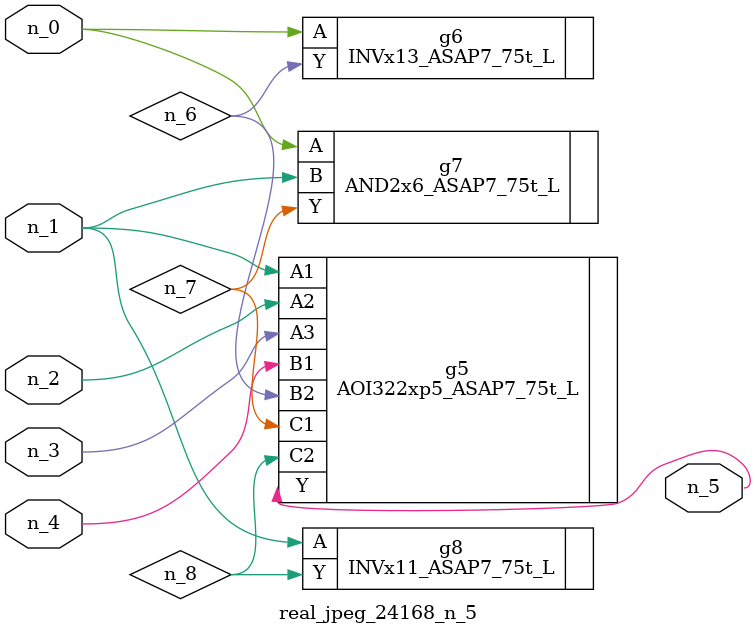
<source format=v>
module real_jpeg_24168_n_5 (n_4, n_0, n_1, n_2, n_3, n_5);

input n_4;
input n_0;
input n_1;
input n_2;
input n_3;

output n_5;

wire n_8;
wire n_6;
wire n_7;

INVx13_ASAP7_75t_L g6 ( 
.A(n_0),
.Y(n_6)
);

AND2x6_ASAP7_75t_L g7 ( 
.A(n_0),
.B(n_1),
.Y(n_7)
);

AOI322xp5_ASAP7_75t_L g5 ( 
.A1(n_1),
.A2(n_2),
.A3(n_3),
.B1(n_4),
.B2(n_6),
.C1(n_7),
.C2(n_8),
.Y(n_5)
);

INVx11_ASAP7_75t_L g8 ( 
.A(n_1),
.Y(n_8)
);


endmodule
</source>
